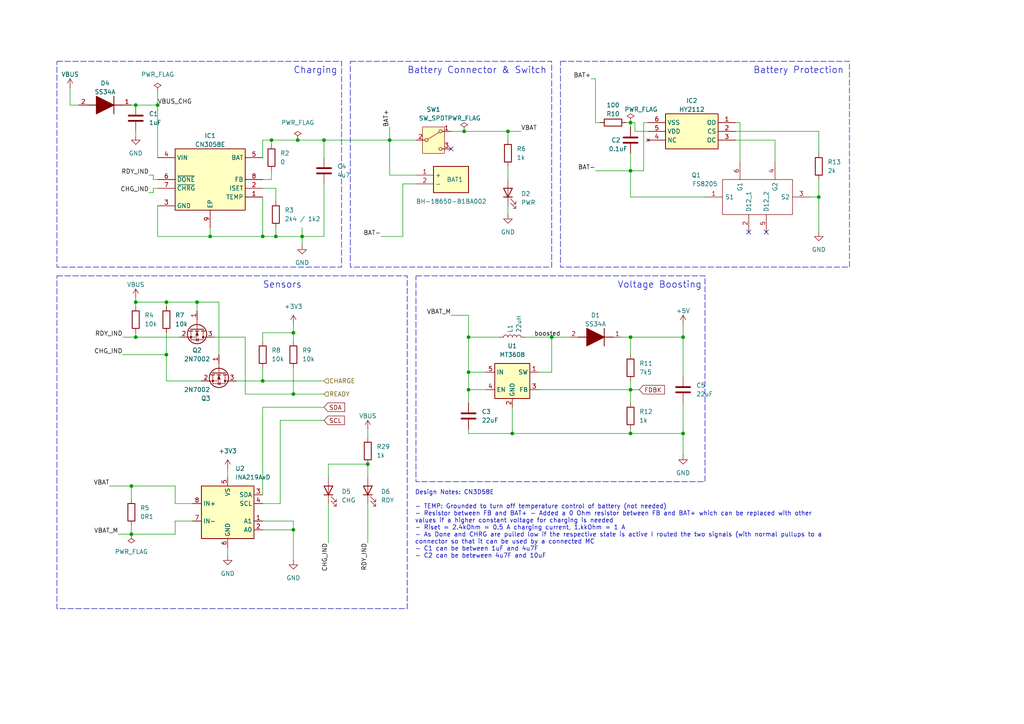
<source format=kicad_sch>
(kicad_sch (version 20231120) (generator "eeschema") (generator_version "8.0")
  (paper "A4")
  (lib_symbols
    (symbol "Chof747  Battery Management:CN3058E"
      (property "Reference" "IC" (at 26.67 7.62 0))
      (property "Value" "CN3058E" (at 26.67 5.08 0))
      (symbol "CN3058E_1_1"
        (rectangle (start 5.08 2.54) (end 25.4 -15.24) (stroke (width 0.254)) (fill (type background)))
        (pin passive line (at 30.48 -11.43 180) (length 5.08) (name "TEMP") (number "1"))
        (pin passive line (at 30.48 -8.89 180) (length 5.08) (name "ISET") (number "2"))
        (pin passive line (at 0 -13.97 0) (length 5.08) (name "GND") (number "3"))
        (pin passive line (at 0 0 0) (length 5.08) (name "VIN") (number "4"))
        (pin passive line (at 30.48 0 180) (length 5.08) (name "BAT") (number "5"))
        (pin passive line (at 0 -6.35 0) (length 5.08) (name "~{DONE}") (number "6"))
        (pin passive line (at 0 -8.89 0) (length 5.08) (name "~{CHRG}") (number "7"))
        (pin passive line (at 30.48 -6.35 180) (length 5.08) (name "FB") (number "8"))
        (pin passive line (at 15.24 -20.32 90) (length 5.08) (name "EP") (number "9"))
      )
    )
    (symbol "Chof747  Battery Management:HY2112"
      (property "Reference" "IC" (at 21.59 7.62 0))
      (property "Value" "HY2112" (at 21.59 5.08 0))
      (symbol "HY2112_1_1"
        (rectangle (start 5.08 2.54) (end 20.32 -7.62) (stroke (width 0.254)) (fill (type background)))
        (pin passive line (at 0 0 0) (length 5.08) (name "OD") (number "1"))
        (pin passive line (at 0 -2.54 0) (length 5.08) (name "CS") (number "2"))
        (pin passive line (at 0 -5.08 0) (length 5.08) (name "OC") (number "3"))
        (pin no_connect line (at 25.4 -5.08 180) (length 5.08) (name "NC") (number "4"))
        (pin passive line (at 25.4 -2.54 180) (length 5.08) (name "VDD") (number "5"))
        (pin passive line (at 25.4 0 180) (length 5.08) (name "VSS") (number "6"))
      )
    )
    (symbol "Chof747 Batteries:BH-18650-B1BA002"
      (property "Reference" "BT" (at 16.51 7.62 0))
      (property "Value" "BH-18650-B1BA002" (at 16.51 5.08 0))
      (symbol "BH-18650-B1BA002_1_1"
        (rectangle (start 5.08 2.54) (end 15.24 -5.08) (stroke (width 0.254)) (fill (type background)))
        (pin passive line (at 0 -2.54 0) (length 5.08) (name "+") (number "1"))
        (pin passive line (at 0 0 0) (length 5.08) (name "-") (number "2"))
      )
    )
    (symbol "Chof747 Transistors and Mosfets:FS8205" (pin_names (offset 0.762))
      (property "Reference" "Q" (at 26.67 7.62 0))
      (property "Value" "FS8205" (at 26.67 5.08 0))
      (symbol "FS8205_0_0"
        (pin passive line (at 0 -2.54 0) (length 5.08) (name "S1") (number "1"))
        (pin passive line (at 12.7 -12.7 90) (length 5.08) (name "D12_1") (number "2"))
        (pin passive line (at 30.48 -2.54 180) (length 5.08) (name "S2") (number "3"))
        (pin input line (at 20.32 7.62 270) (length 5.08) (name "G2") (number "4"))
        (pin passive line (at 17.78 -12.7 90) (length 5.08) (name "D12_2") (number "5"))
        (pin input line (at 10.16 7.62 270) (length 5.08) (name "G1") (number "6"))
      )
      (symbol "FS8205_0_1"
        (polyline (pts (xy 5.08 2.54) (xy 25.4 2.54) (xy 25.4 -7.62) (xy 5.08 -7.62) (xy 5.08 2.54)) (stroke (width 0.1524)))
      )
    )
    (symbol "Chof747 passive:SS34A" (pin_names hide)
      (property "Reference" "D" (at 11.43 5.08 0))
      (property "Value" "SS34A" (at 11.43 2.54 0))
      (symbol "SS34A_1_1"
        (polyline (pts (xy 2.54 0) (xy 5.08 0)) (stroke (width 0.254)))
        (polyline (pts (xy 5.08 2.54) (xy 5.08 -2.54)) (stroke (width 0.254)))
        (polyline (pts (xy 10.16 0) (xy 12.7 0)) (stroke (width 0.254)))
        (polyline (pts (xy 5.08 0) (xy 10.16 2.54) (xy 10.16 -2.54) (xy 5.08 0)) (stroke (width 0.254)) (fill (type outline)))
        (pin passive line (at 0 0 0) (length 2.54) (name "K") (number "1"))
        (pin passive line (at 15.24 0 180) (length 2.54) (name "A") (number "2"))
      )
    )
    (symbol "Device:C" (pin_numbers hide) (pin_names (offset 0.254))
      (property "Reference" "C" (at 0.635 2.54 0))
      (property "Value" "C" (at 0.635 -2.54 0))
      (symbol "C_0_1"
        (polyline (pts (xy -2.032 -0.762) (xy 2.032 -0.762)) (stroke (width 0.508)))
        (polyline (pts (xy -2.032 0.762) (xy 2.032 0.762)) (stroke (width 0.508)))
      )
      (symbol "C_1_1"
        (pin passive line (at 0 3.81 270) (length 2.794) (name "~") (number "1"))
        (pin passive line (at 0 -3.81 90) (length 2.794) (name "~") (number "2"))
      )
    )
    (symbol "Device:L" (pin_numbers hide) (pin_names (offset 1.016) hide)
      (property "Reference" "L" (at -1.27 0 90))
      (property "Value" "L" (at 1.905 0 90))
      (symbol "L_0_1"
        (arc (start 0 -2.54) (mid 0.6323 -1.905) (end 0 -1.27))
        (arc (start 0 -1.27) (mid 0.6323 -0.635) (end 0 0))
        (arc (start 0 0) (mid 0.6323 0.635) (end 0 1.27))
        (arc (start 0 1.27) (mid 0.6323 1.905) (end 0 2.54))
      )
      (symbol "L_1_1"
        (pin passive line (at 0 3.81 270) (length 1.27) (name "1") (number "1"))
        (pin passive line (at 0 -3.81 90) (length 1.27) (name "2") (number "2"))
      )
    )
    (symbol "Device:LED" (pin_numbers hide) (pin_names (offset 1.016) hide)
      (property "Reference" "D" (at 0 2.54 0))
      (property "Value" "LED" (at 0 -2.54 0))
      (symbol "LED_0_1"
        (polyline (pts (xy -1.27 -1.27) (xy -1.27 1.27)) (stroke (width 0.254)))
        (polyline (pts (xy -1.27 0) (xy 1.27 0)))
        (polyline (pts (xy 1.27 -1.27) (xy 1.27 1.27) (xy -1.27 0) (xy 1.27 -1.27)) (stroke (width 0.254)))
        (polyline (pts (xy -3.048 -0.762) (xy -4.572 -2.286) (xy -3.81 -2.286) (xy -4.572 -2.286) (xy -4.572 -1.524)))
        (polyline (pts (xy -1.778 -0.762) (xy -3.302 -2.286) (xy -2.54 -2.286) (xy -3.302 -2.286) (xy -3.302 -1.524)))
      )
      (symbol "LED_1_1"
        (pin passive line (at -3.81 0 0) (length 2.54) (name "K") (number "1"))
        (pin passive line (at 3.81 0 180) (length 2.54) (name "A") (number "2"))
      )
    )
    (symbol "Device:R" (pin_numbers hide) (pin_names (offset 0))
      (property "Reference" "R" (at 2.032 0 90))
      (property "Value" "R" (at 0 0 90))
      (symbol "R_0_1"
        (rectangle (start -1.016 -2.54) (end 1.016 2.54) (stroke (width 0.254)))
      )
      (symbol "R_1_1"
        (pin passive line (at 0 3.81 270) (length 1.27) (name "~") (number "1"))
        (pin passive line (at 0 -3.81 90) (length 1.27) (name "~") (number "2"))
      )
    )
    (symbol "Regulator_Switching:MT3608"
      (property "Reference" "U" (at -2.54 8.89 0))
      (property "Value" "MT3608" (at -3.81 6.35 0))
      (symbol "MT3608_0_1"
        (rectangle (start -5.08 5.08) (end 5.08 -5.08) (stroke (width 0.254)) (fill (type background)))
      )
      (symbol "MT3608_1_1"
        (pin passive line (at 7.62 2.54 180) (length 2.54) (name "SW") (number "1"))
        (pin power_in line (at 0 -7.62 90) (length 2.54) (name "GND") (number "2"))
        (pin input line (at 7.62 -2.54 180) (length 2.54) (name "FB") (number "3"))
        (pin input line (at -7.62 -2.54 0) (length 2.54) (name "EN") (number "4"))
        (pin power_in line (at -7.62 2.54 0) (length 2.54) (name "IN") (number "5"))
        (pin no_connect line (at 5.08 0 180) (length 2.54) hide (name "NC") (number "6"))
      )
    )
    (symbol "Sensor_Energy:INA219AxD"
      (property "Reference" "U" (at -6.35 8.89 0))
      (property "Value" "INA219AxD" (at 5.08 8.89 0))
      (symbol "INA219AxD_0_1"
        (rectangle (start -7.62 7.62) (end 7.62 -7.62) (stroke (width 0.254)) (fill (type background)))
      )
      (symbol "INA219AxD_1_1"
        (pin input line (at 10.16 -2.54 180) (length 2.54) (name "A1") (number "1"))
        (pin input line (at 10.16 -5.08 180) (length 2.54) (name "A0") (number "2"))
        (pin bidirectional line (at 10.16 5.08 180) (length 2.54) (name "SDA") (number "3"))
        (pin input line (at 10.16 2.54 180) (length 2.54) (name "SCL") (number "4"))
        (pin power_in line (at 0 10.16 270) (length 2.54) (name "VS") (number "5"))
        (pin power_in line (at 0 -10.16 90) (length 2.54) (name "GND") (number "6"))
        (pin input line (at -10.16 -2.54 0) (length 2.54) (name "IN-") (number "7"))
        (pin input line (at -10.16 2.54 0) (length 2.54) (name "IN+") (number "8"))
      )
    )
    (symbol "Switch:SW_SPDT" (pin_names (offset 0) hide)
      (property "Reference" "SW" (at 0 5.08 0))
      (property "Value" "SW_SPDT" (at 0 -5.08 0))
      (symbol "SW_SPDT_0_1"
        (circle (center -2.032 0) (radius 0.4572))
        (polyline (pts (xy -1.651 0.254) (xy 1.651 2.286)))
        (circle (center 2.032 -2.54) (radius 0.4572))
        (circle (center 2.032 2.54) (radius 0.4572))
      )
      (symbol "SW_SPDT_1_1"
        (rectangle (start -3.175 3.81) (end 3.175 -3.81) (fill (type background)))
        (pin passive line (at 5.08 2.54 180) (length 2.54) (name "A") (number "1"))
        (pin passive line (at -5.08 0 0) (length 2.54) (name "B") (number "2"))
        (pin passive line (at 5.08 -2.54 180) (length 2.54) (name "C") (number "3"))
      )
    )
    (symbol "Transistor_FET:2N7002" (pin_names hide)
      (property "Reference" "Q" (at 5.08 1.905 0))
      (property "Value" "2N7002" (at 5.08 0 0))
      (symbol "2N7002_0_1"
        (polyline (pts (xy 0.254 0) (xy -2.54 0)))
        (polyline (pts (xy 0.254 1.905) (xy 0.254 -1.905)) (stroke (width 0.254)))
        (polyline (pts (xy 0.762 -1.27) (xy 0.762 -2.286)) (stroke (width 0.254)))
        (polyline (pts (xy 0.762 0.508) (xy 0.762 -0.508)) (stroke (width 0.254)))
        (polyline (pts (xy 0.762 2.286) (xy 0.762 1.27)) (stroke (width 0.254)))
        (polyline (pts (xy 2.54 2.54) (xy 2.54 1.778)))
        (polyline (pts (xy 2.54 -2.54) (xy 2.54 0) (xy 0.762 0)))
        (polyline (pts (xy 0.762 -1.778) (xy 3.302 -1.778) (xy 3.302 1.778) (xy 0.762 1.778)))
        (polyline (pts (xy 1.016 0) (xy 2.032 0.381) (xy 2.032 -0.381) (xy 1.016 0)) (fill (type outline)))
        (polyline (pts (xy 2.794 0.508) (xy 2.921 0.381) (xy 3.683 0.381) (xy 3.81 0.254)))
        (polyline (pts (xy 3.302 0.381) (xy 2.921 -0.254) (xy 3.683 -0.254) (xy 3.302 0.381)))
        (circle (center 1.651 0) (radius 2.794) (stroke (width 0.254)))
        (circle (center 2.54 -1.778) (radius 0.254) (fill (type outline)))
        (circle (center 2.54 1.778) (radius 0.254) (fill (type outline)))
      )
      (symbol "2N7002_1_1"
        (pin input line (at -5.08 0 0) (length 2.54) (name "G") (number "1"))
        (pin passive line (at 2.54 -5.08 90) (length 2.54) (name "S") (number "2"))
        (pin passive line (at 2.54 5.08 270) (length 2.54) (name "D") (number "3"))
      )
    )
    (symbol "power:+3V3" (power) (pin_numbers hide) (pin_names (offset 0) hide)
      (property "Value" "+3V3" (at 0 3.556 0))
      (symbol "+3V3_0_1"
        (polyline (pts (xy -0.762 1.27) (xy 0 2.54)))
        (polyline (pts (xy 0 0) (xy 0 2.54)))
        (polyline (pts (xy 0 2.54) (xy 0.762 1.27)))
      )
      (symbol "+3V3_1_1"
        (pin power_in line (at 0 0 90) (length 0) (name "~") (number "1"))
      )
    )
    (symbol "power:+5V" (power) (pin_numbers hide) (pin_names (offset 0) hide)
      (property "Value" "+5V" (at 0 3.556 0))
      (symbol "+5V_0_1"
        (polyline (pts (xy -0.762 1.27) (xy 0 2.54)))
        (polyline (pts (xy 0 0) (xy 0 2.54)))
        (polyline (pts (xy 0 2.54) (xy 0.762 1.27)))
      )
      (symbol "+5V_1_1"
        (pin power_in line (at 0 0 90) (length 0) (name "~") (number "1"))
      )
    )
    (symbol "power:GND" (power) (pin_numbers hide) (pin_names (offset 0) hide)
      (property "Value" "GND" (at 0 -3.81 0))
      (symbol "GND_0_1"
        (polyline (pts (xy 0 0) (xy 0 -1.27) (xy 1.27 -1.27) (xy 0 -2.54) (xy -1.27 -1.27) (xy 0 -1.27)))
      )
      (symbol "GND_1_1"
        (pin power_in line (at 0 0 270) (length 0) (name "~") (number "1"))
      )
    )
    (symbol "power:PWR_FLAG" (power) (pin_numbers hide) (pin_names (offset 0) hide)
      (property "Value" "PWR_FLAG" (at 0 3.81 0))
      (symbol "PWR_FLAG_0_0"
        (pin power_out line (at 0 0 90) (length 0) (name "~") (number "1"))
      )
      (symbol "PWR_FLAG_0_1"
        (polyline (pts (xy 0 0) (xy 0 1.27) (xy -1.016 1.905) (xy 0 2.54) (xy 1.016 1.905) (xy 0 1.27)))
      )
    )
    (symbol "power:VBUS" (power) (pin_numbers hide) (pin_names (offset 0) hide)
      (property "Value" "VBUS" (at 0 3.556 0))
      (symbol "VBUS_0_1"
        (polyline (pts (xy -0.762 1.27) (xy 0 2.54)))
        (polyline (pts (xy 0 0) (xy 0 2.54)))
        (polyline (pts (xy 0 2.54) (xy 0.762 1.27)))
      )
      (symbol "VBUS_1_1"
        (pin power_in line (at 0 0 90) (length 0) (name "~") (number "1"))
      )
    )
  )
  (junction (at 45.72 30.48))
  (junction (at 39.37 87.63))
  (junction (at 38.1 154.94))
  (junction (at 76.2 68.58))
  (junction (at 182.88 97.79))
  (junction (at 106.68 134.62))
  (junction (at 134.62 38.1))
  (junction (at 57.15 87.63))
  (junction (at 86.36 40.64))
  (junction (at 87.63 68.58))
  (junction (at 38.1 140.97))
  (junction (at 85.09 114.3))
  (junction (at 135.89 97.79))
  (junction (at 39.37 97.79))
  (junction (at 135.89 107.95))
  (junction (at 80.01 68.58))
  (junction (at 148.59 125.73))
  (junction (at 78.74 40.64))
  (junction (at 182.88 49.53))
  (junction (at 76.2 110.49))
  (junction (at 182.88 113.03))
  (junction (at 198.12 125.73))
  (junction (at 85.09 96.52))
  (junction (at 85.09 153.67))
  (junction (at 160.02 97.79))
  (junction (at 48.26 102.87))
  (junction (at 147.32 38.1))
  (junction (at 182.88 35.56))
  (junction (at 48.26 87.63))
  (junction (at 237.49 57.15))
  (junction (at 93.98 40.64))
  (junction (at 182.88 125.73))
  (junction (at 113.03 40.64))
  (junction (at 60.96 68.58))
  (junction (at 198.12 97.79))
  (junction (at 39.37 30.48))
  (junction (at 135.89 113.03))
  (no_connect (at 217.17 67.31))
  (no_connect (at 222.25 67.31))
  (no_connect (at 130.81 43.18))
  (wire (pts (xy 48.26 96.52) (xy 48.26 102.87)))
  (wire (pts (xy 95.25 146.05) (xy 95.25 157.48)))
  (wire (pts (xy 63.5 87.63) (xy 63.5 102.87)))
  (wire (pts (xy 43.18 55.88) (xy 44.45 55.88)))
  (wire (pts (xy 71.12 97.79) (xy 62.23 97.79)))
  (wire (pts (xy 81.28 146.05) (xy 76.2 146.05)))
  (wire (pts (xy 182.88 35.56) (xy 182.88 36.83)))
  (wire (pts (xy 45.72 26.67) (xy 45.72 30.48)))
  (wire (pts (xy 39.37 38.1) (xy 39.37 39.37)))
  (wire (pts (xy 180.34 97.79) (xy 182.88 97.79)))
  (wire (pts (xy 20.32 30.48) (xy 22.86 30.48)))
  (wire (pts (xy 78.74 52.07) (xy 78.74 49.53)))
  (wire (pts (xy 57.15 87.63) (xy 57.15 90.17)))
  (wire (pts (xy 85.09 151.13) (xy 85.09 153.67)))
  (wire (pts (xy 116.84 53.34) (xy 120.65 53.34)))
  (wire (pts (xy 237.49 57.15) (xy 237.49 67.31)))
  (wire (pts (xy 110.49 68.58) (xy 116.84 68.58)))
  (wire (pts (xy 44.45 54.61) (xy 45.72 54.61)))
  (wire (pts (xy 50.8 151.13) (xy 55.88 151.13)))
  (wire (pts (xy 93.98 40.64) (xy 93.98 45.72)))
  (wire (pts (xy 39.37 87.63) (xy 48.26 87.63)))
  (wire (pts (xy 130.81 91.44) (xy 135.89 91.44)))
  (wire (pts (xy 35.56 97.79) (xy 39.37 97.79)))
  (wire (pts (xy 135.89 97.79) (xy 135.89 107.95)))
  (wire (pts (xy 106.68 134.62) (xy 106.68 138.43)))
  (wire (pts (xy 48.26 87.63) (xy 57.15 87.63)))
  (wire (pts (xy 38.1 154.94) (xy 50.8 154.94)))
  (wire (pts (xy 106.68 124.46) (xy 106.68 127)))
  (wire (pts (xy 85.09 96.52) (xy 85.09 99.06)))
  (wire (pts (xy 182.88 113.03) (xy 182.88 116.84)))
  (wire (pts (xy 182.88 49.53) (xy 172.72 49.53)))
  (wire (pts (xy 171.45 22.86) (xy 172.72 22.86)))
  (wire (pts (xy 135.89 107.95) (xy 140.97 107.95)))
  (wire (pts (xy 48.26 87.63) (xy 48.26 88.9)))
  (wire (pts (xy 182.88 57.15) (xy 182.88 49.53)))
  (wire (pts (xy 148.59 118.11) (xy 148.59 125.73)))
  (wire (pts (xy 198.12 125.73) (xy 198.12 116.84)))
  (wire (pts (xy 45.72 68.58) (xy 60.96 68.58)))
  (wire (pts (xy 156.21 113.03) (xy 182.88 113.03)))
  (wire (pts (xy 93.98 53.34) (xy 93.98 68.58)))
  (wire (pts (xy 87.63 68.58) (xy 87.63 71.12)))
  (wire (pts (xy 106.68 134.62) (xy 95.25 134.62)))
  (wire (pts (xy 182.88 125.73) (xy 198.12 125.73)))
  (wire (pts (xy 44.45 52.07) (xy 45.72 52.07)))
  (wire (pts (xy 39.37 96.52) (xy 39.37 97.79)))
  (wire (pts (xy 186.69 35.56) (xy 187.96 35.56)))
  (wire (pts (xy 39.37 97.79) (xy 52.07 97.79)))
  (wire (pts (xy 38.1 140.97) (xy 38.1 144.78)))
  (wire (pts (xy 182.88 97.79) (xy 182.88 102.87)))
  (wire (pts (xy 76.2 52.07) (xy 78.74 52.07)))
  (wire (pts (xy 81.28 121.92) (xy 81.28 146.05)))
  (wire (pts (xy 20.32 25.4) (xy 20.32 30.48)))
  (wire (pts (xy 181.61 35.56) (xy 182.88 35.56)))
  (wire (pts (xy 76.2 57.15) (xy 76.2 68.58)))
  (wire (pts (xy 85.09 106.68) (xy 85.09 114.3)))
  (wire (pts (xy 237.49 57.15) (xy 234.95 57.15)))
  (wire (pts (xy 172.72 22.86) (xy 172.72 35.56)))
  (wire (pts (xy 38.1 140.97) (xy 50.8 140.97)))
  (wire (pts (xy 66.04 135.89) (xy 66.04 138.43)))
  (wire (pts (xy 76.2 96.52) (xy 76.2 99.06)))
  (wire (pts (xy 113.03 50.8) (xy 120.65 50.8)))
  (wire (pts (xy 113.03 40.64) (xy 113.03 50.8)))
  (wire (pts (xy 76.2 153.67) (xy 85.09 153.67)))
  (wire (pts (xy 214.63 35.56) (xy 214.63 46.99)))
  (wire (pts (xy 160.02 97.79) (xy 165.1 97.79)))
  (wire (pts (xy 182.88 113.03) (xy 182.88 110.49)))
  (wire (pts (xy 198.12 93.98) (xy 198.12 97.79)))
  (wire (pts (xy 66.04 158.75) (xy 66.04 161.29)))
  (wire (pts (xy 182.88 35.56) (xy 184.15 35.56)))
  (wire (pts (xy 116.84 68.58) (xy 116.84 53.34)))
  (wire (pts (xy 198.12 125.73) (xy 198.12 132.08)))
  (wire (pts (xy 160.02 107.95) (xy 160.02 97.79)))
  (wire (pts (xy 135.89 125.73) (xy 148.59 125.73)))
  (wire (pts (xy 34.29 154.94) (xy 38.1 154.94)))
  (wire (pts (xy 135.89 113.03) (xy 140.97 113.03)))
  (wire (pts (xy 182.88 97.79) (xy 198.12 97.79)))
  (wire (pts (xy 85.09 93.98) (xy 85.09 96.52)))
  (wire (pts (xy 78.74 41.91) (xy 78.74 40.64)))
  (wire (pts (xy 38.1 152.4) (xy 38.1 154.94)))
  (wire (pts (xy 50.8 140.97) (xy 50.8 146.05)))
  (wire (pts (xy 93.98 68.58) (xy 87.63 68.58)))
  (wire (pts (xy 60.96 68.58) (xy 60.96 66.04)))
  (wire (pts (xy 147.32 38.1) (xy 147.32 40.64)))
  (wire (pts (xy 43.18 50.8) (xy 44.45 50.8)))
  (wire (pts (xy 106.68 146.05) (xy 106.68 157.48)))
  (wire (pts (xy 68.58 110.49) (xy 76.2 110.49)))
  (wire (pts (xy 78.74 40.64) (xy 86.36 40.64)))
  (wire (pts (xy 85.09 96.52) (xy 76.2 96.52)))
  (wire (pts (xy 76.2 40.64) (xy 76.2 45.72)))
  (wire (pts (xy 135.89 97.79) (xy 144.78 97.79)))
  (wire (pts (xy 76.2 110.49) (xy 93.98 110.49)))
  (wire (pts (xy 135.89 124.46) (xy 135.89 125.73)))
  (wire (pts (xy 93.98 118.11) (xy 76.2 118.11)))
  (wire (pts (xy 50.8 146.05) (xy 55.88 146.05)))
  (wire (pts (xy 39.37 87.63) (xy 39.37 88.9)))
  (wire (pts (xy 71.12 97.79) (xy 71.12 114.3)))
  (wire (pts (xy 182.88 113.03) (xy 185.42 113.03)))
  (wire (pts (xy 237.49 38.1) (xy 237.49 44.45)))
  (wire (pts (xy 135.89 107.95) (xy 135.89 113.03)))
  (wire (pts (xy 76.2 106.68) (xy 76.2 110.49)))
  (wire (pts (xy 45.72 59.69) (xy 45.72 68.58)))
  (wire (pts (xy 224.79 40.64) (xy 224.79 46.99)))
  (wire (pts (xy 135.89 113.03) (xy 135.89 116.84)))
  (wire (pts (xy 71.12 114.3) (xy 85.09 114.3)))
  (wire (pts (xy 147.32 59.69) (xy 147.32 62.23)))
  (wire (pts (xy 39.37 30.48) (xy 45.72 30.48)))
  (wire (pts (xy 182.88 124.46) (xy 182.88 125.73)))
  (wire (pts (xy 44.45 50.8) (xy 44.45 52.07)))
  (wire (pts (xy 134.62 38.1) (xy 147.32 38.1)))
  (wire (pts (xy 76.2 151.13) (xy 85.09 151.13)))
  (wire (pts (xy 95.25 134.62) (xy 95.25 138.43)))
  (wire (pts (xy 86.36 40.64) (xy 93.98 40.64)))
  (wire (pts (xy 214.63 35.56) (xy 213.36 35.56)))
  (wire (pts (xy 76.2 54.61) (xy 80.01 54.61)))
  (wire (pts (xy 186.69 35.56) (xy 186.69 49.53)))
  (wire (pts (xy 38.1 30.48) (xy 39.37 30.48)))
  (wire (pts (xy 237.49 52.07) (xy 237.49 57.15)))
  (wire (pts (xy 45.72 30.48) (xy 45.72 45.72)))
  (wire (pts (xy 182.88 125.73) (xy 148.59 125.73)))
  (wire (pts (xy 44.45 55.88) (xy 44.45 54.61)))
  (wire (pts (xy 60.96 68.58) (xy 76.2 68.58)))
  (wire (pts (xy 85.09 114.3) (xy 93.98 114.3)))
  (wire (pts (xy 80.01 68.58) (xy 87.63 68.58)))
  (wire (pts (xy 93.98 40.64) (xy 113.03 40.64)))
  (wire (pts (xy 152.4 97.79) (xy 160.02 97.79)))
  (wire (pts (xy 172.72 35.56) (xy 173.99 35.56)))
  (wire (pts (xy 76.2 40.64) (xy 78.74 40.64)))
  (wire (pts (xy 184.15 38.1) (xy 187.96 38.1)))
  (wire (pts (xy 204.47 57.15) (xy 182.88 57.15)))
  (wire (pts (xy 186.69 49.53) (xy 182.88 49.53)))
  (wire (pts (xy 213.36 38.1) (xy 237.49 38.1)))
  (wire (pts (xy 39.37 86.36) (xy 39.37 87.63)))
  (wire (pts (xy 198.12 97.79) (xy 198.12 109.22)))
  (wire (pts (xy 80.01 54.61) (xy 80.01 58.42)))
  (wire (pts (xy 147.32 38.1) (xy 151.13 38.1)))
  (wire (pts (xy 31.75 140.97) (xy 38.1 140.97)))
  (wire (pts (xy 57.15 87.63) (xy 63.5 87.63)))
  (wire (pts (xy 130.81 38.1) (xy 134.62 38.1)))
  (wire (pts (xy 147.32 48.26) (xy 147.32 52.07)))
  (wire (pts (xy 76.2 118.11) (xy 76.2 143.51)))
  (wire (pts (xy 87.63 66.04) (xy 87.63 68.58)))
  (wire (pts (xy 213.36 40.64) (xy 224.79 40.64)))
  (wire (pts (xy 48.26 110.49) (xy 48.26 102.87)))
  (wire (pts (xy 48.26 110.49) (xy 58.42 110.49)))
  (wire (pts (xy 76.2 68.58) (xy 80.01 68.58)))
  (wire (pts (xy 184.15 35.56) (xy 184.15 38.1)))
  (wire (pts (xy 182.88 44.45) (xy 182.88 49.53)))
  (wire (pts (xy 113.03 40.64) (xy 120.65 40.64)))
  (wire (pts (xy 50.8 154.94) (xy 50.8 151.13)))
  (wire (pts (xy 156.21 107.95) (xy 160.02 107.95)))
  (wire (pts (xy 93.98 121.92) (xy 81.28 121.92)))
  (wire (pts (xy 80.01 68.58) (xy 80.01 66.04)))
  (wire (pts (xy 113.03 36.83) (xy 113.03 40.64)))
  (wire (pts (xy 135.89 91.44) (xy 135.89 97.79)))
  (wire (pts (xy 35.56 102.87) (xy 48.26 102.87)))
  (wire (pts (xy 85.09 153.67) (xy 85.09 162.56)))
  (rectangle (start 162.56 17.78) (end 246.38 77.47) (stroke (width 0) (type dash)))
  (rectangle (start 16.51 80.01) (end 118.11 176.53) (stroke (width 0) (type dash)))
  (rectangle (start 16.51 17.78) (end 99.06 77.47) (stroke (width 0) (type dash)))
  (rectangle (start 120.65 80.01) (end 204.47 139.7) (stroke (width 0) (type dash)))
  (rectangle (start 101.6 17.78) (end 160.02 77.47) (stroke (width 0) (type dash)))
  (text_box "Design Notes: CN3D58E\n\n- TEMP: Grounded to turn off temperature control of battery (not needed)\n- Resistor between FB and BAT+ - Added a 0 Ohm resistor between FB and BAT+ which can be replaced with other values if a higher constant voltage for charging is needed\n- Riset = 2.4kOhm = 0.5 A charging current, 1.kkOhm = 1 A\n- As Done and CHRG are pulled low if the respective state is active I routed the two signals (with normal pullups to a connector so that it can be used by a connected MC\n- C1 can be between 1uF and 4u7F \n- C2 can be beteween 4u7F and 10uF" (at 119.38 140.97 0) (size 120.65 21.59) (stroke (width -0.0001)) (effects (font (size 1.27 1.27)) (justify left top)))
  (text "Battery Protection" (at 218.44 21.59 0) (effects (font (size 1.905 1.905)) (justify left bottom)))
  (text "Battery Connector & Switch" (at 118.11 21.59 0) (effects (font (size 1.905 1.905)) (justify left bottom)))
  (text "Voltage Boosting" (at 179.07 83.82 0) (effects (font (size 1.905 1.905)) (justify left bottom)))
  (text "Charging" (at 85.09 21.59 0) (effects (font (size 1.905 1.905)) (justify left bottom)))
  (text "Sensors" (at 76.2 83.82 0) (effects (font (size 1.905 1.905)) (justify left bottom)))
  (label "CHG_IND" (at 43.18 55.88 180))
  (label "VBAT_M" (at 130.81 91.44 180))
  (label "RDY_IND" (at 106.68 157.48 270))
  (label "BAT-" (at 172.72 49.53 180))
  (label "VBAT" (at 31.75 140.97 180))
  (label "BAT-" (at 110.49 68.58 180))
  (label "RDY_IND" (at 43.18 50.8 180))
  (label "BAT+" (at 113.03 36.83 90))
  (label "BAT+" (at 171.45 22.86 180))
  (label "VBUS_CHG" (at 45.72 30.48 0))
  (label "VBAT_M" (at 34.29 154.94 180))
  (label "CHG_IND" (at 95.25 157.48 270))
  (label "RDY_IND" (at 35.56 97.79 180))
  (label "CHG_IND" (at 35.56 102.87 180))
  (label "VBAT" (at 151.13 38.1 0))
  (label "boosted" (at 154.94 97.79 0))
  (global_label "SDA" (shape input) (at 93.98 118.11 0) (property "Intersheetrefs" "${INTERSHEET_REFS}" (effects (hide yes))))
  (global_label "FDBK" (shape input) (at 185.42 113.03 0) (property "Intersheetrefs" "${INTERSHEET_REFS}" (effects (hide yes))))
  (global_label "SCL" (shape input) (at 93.98 121.92 0) (property "Intersheetrefs" "${INTERSHEET_REFS}" (effects (hide yes))))
  (hierarchical_label "CHARGE" (shape input) (at 93.98 110.49 0))
  (hierarchical_label "READY" (shape input) (at 93.98 114.3 0))
  (symbol (lib_id "Chof747 Batteries:BH-18650-B1BA002") (at 120.65 53.34 0) (mirror x) (unit 1)
    (property "Reference" "BAT1" (at 129.54 52.07 0) (effects (justify left)))
    (property "Value" "BH-18650-B1BA002" (at 120.65 58.42 0) (effects (justify left)))
    (property "Footprint" "BH18650B1BA002" (effects (hide yes)))
    (property "Datasheet" "https://datasheet.lcsc.com/lcsc/2204021730_MYOUNG-BH-18650-B1BA002_C2988620.pdf" (effects (hide yes)))
    (property "Description" "Battery case 18650 SMD Battery Connectors" (effects (hide yes)))
    (property "Height" "15.06" (effects (hide yes)))
    (property "Manufacturer_Name" "MYOUNG" (effects (hide yes)))
    (property "Manufacturer_Part_Number" "BH-18650-B1BA002" (effects (hide yes)))
  )
  (symbol (lib_id "power:+3V3") (at 85.09 93.98 0) (unit 1)
    (property "Reference" "#PWR09" (effects (hide yes)))
    (property "Value" "+3V3" (at 85.09 88.9 0))
    (property "Description" "Power symbol creates a global label with name \"+3V3\"" (effects (hide yes)))
  )
  (symbol (lib_id "Device:R") (at 85.09 102.87 0) (unit 1)
    (property "Reference" "R9" (at 87.63 101.5999 0) (effects (justify left)))
    (property "Value" "10k" (at 87.63 104.1399 0) (effects (justify left)))
    (property "Footprint" "Resistor_SMD:R_0603_1608Metric_Pad0.98x0.95mm_HandSolder" (effects (hide yes)))
  )
  (symbol (lib_id "power:PWR_FLAG") (at 86.36 40.64 0) (unit 1)
    (property "Reference" "#FLG05" (effects (hide yes)))
    (property "Value" "PWR_FLAG" (at 86.36 35.56 0))
    (property "Description" "Special symbol for telling ERC where power comes from" (effects (hide yes)))
  )
  (symbol (lib_id "power:GND") (at 147.32 62.23 0) (unit 1)
    (property "Reference" "#PWR026" (effects (hide yes)))
    (property "Value" "GND" (at 147.32 67.31 0))
    (property "Description" "Power symbol creates a global label with name \"GND\" , ground" (effects (hide yes)))
  )
  (symbol (lib_id "Device:R") (at 76.2 102.87 0) (unit 1)
    (property "Reference" "R8" (at 78.74 101.5999 0) (effects (justify left)))
    (property "Value" "10k" (at 78.74 104.1399 0) (effects (justify left)))
    (property "Footprint" "Resistor_SMD:R_0603_1608Metric_Pad0.98x0.95mm_HandSolder" (effects (hide yes)))
  )
  (symbol (lib_id "Device:LED") (at 95.25 142.24 90) (unit 1)
    (property "Reference" "D5" (at 99.06 142.5574 90) (effects (justify right)))
    (property "Value" "CHG" (at 99.06 145.0974 90) (effects (justify right)))
    (property "Footprint" "LED_THT:LED_D3.0mm" (effects (hide yes)))
    (property "Description" "Light emitting diode" (effects (hide yes)))
  )
  (symbol (lib_id "Device:L") (at 148.59 97.79 90) (unit 1)
    (property "Reference" "L1" (at 147.955 96.52 0) (effects (justify left)))
    (property "Value" "22uH" (at 150.495 96.52 0) (effects (justify left)))
    (property "Footprint" "Chof747 Footprints:SMD0740" (effects (hide yes)))
  )
  (symbol (lib_id "Device:C") (at 135.89 120.65 0) (unit 1)
    (property "Reference" "C3" (at 139.7 119.3799 0) (effects (justify left)))
    (property "Value" "22uF" (at 139.7 121.9199 0) (effects (justify left)))
    (property "Footprint" "Capacitor_SMD:C_1206_3216Metric_Pad1.33x1.80mm_HandSolder" (effects (hide yes)))
  )
  (symbol (lib_id "power:VBUS") (at 106.68 124.46 0) (unit 1)
    (property "Reference" "#PWR042" (effects (hide yes)))
    (property "Value" "VBUS" (at 106.68 120.65 0))
    (property "Description" "Power symbol creates a global label with name \"VBUS\"" (effects (hide yes)))
  )
  (symbol (lib_id "Regulator_Switching:MT3608") (at 148.59 110.49 0) (unit 1)
    (property "Reference" "U1" (at 148.59 100.33 0))
    (property "Value" "MT3608" (at 148.59 102.87 0))
    (property "Footprint" "Package_TO_SOT_SMD:SOT-23-6" (effects (hide yes)))
    (property "Datasheet" "https://www.olimex.com/Products/Breadboarding/BB-PWR-3608/resources/MT3608.pdf" (effects (hide yes)))
  )
  (symbol (lib_id "Device:LED") (at 106.68 142.24 90) (unit 1)
    (property "Reference" "D6" (at 110.49 142.5574 90) (effects (justify right)))
    (property "Value" "RDY" (at 110.49 145.0974 90) (effects (justify right)))
    (property "Footprint" "LED_THT:LED_D3.0mm" (effects (hide yes)))
    (property "Description" "Light emitting diode" (effects (hide yes)))
  )
  (symbol (lib_id "Chof747 passive:SS34A") (at 38.1 30.48 180) (unit 1)
    (property "Reference" "D4" (at 30.48 24.13 0))
    (property "Value" "SS34A" (at 30.48 26.67 0))
    (property "Footprint" "Chof747 Footprints:DIOM5026X262N" (effects (hide yes)))
    (property "Datasheet" "https://componentsearchengine.com/Datasheets/2/SS34A.pdf" (effects (hide yes)))
    (property "Height" "2.62" (effects (hide yes)))
    (property "Manufacturer_Name" "MULTICOMP" (effects (hide yes)))
    (property "Manufacturer_Part_Number" "SS34A" (effects (hide yes)))
  )
  (symbol (lib_id "Device:R") (at 39.37 92.71 0) (unit 1)
    (property "Reference" "R4" (at 41.91 91.4399 0) (effects (justify left)))
    (property "Value" "10k" (at 41.91 93.9799 0) (effects (justify left)))
    (property "Footprint" "Resistor_SMD:R_0603_1608Metric_Pad0.98x0.95mm_HandSolder" (effects (hide yes)))
  )
  (symbol (lib_id "power:VBUS") (at 39.37 86.36 0) (unit 1)
    (property "Reference" "#PWR05" (effects (hide yes)))
    (property "Value" "VBUS" (at 39.37 82.55 0))
    (property "Description" "Power symbol creates a global label with name \"VBUS\"" (effects (hide yes)))
  )
  (symbol (lib_id "power:GND") (at 237.49 67.31 0) (unit 1)
    (property "Reference" "#PWR027" (effects (hide yes)))
    (property "Value" "GND" (at 237.49 72.39 0))
    (property "Description" "Power symbol creates a global label with name \"GND\" , ground" (effects (hide yes)))
  )
  (symbol (lib_id "power:GND") (at 39.37 39.37 0) (unit 1)
    (property "Reference" "#PWR024" (effects (hide yes)))
    (property "Value" "GND" (at 39.37 44.45 0))
    (property "Description" "Power symbol creates a global label with name \"GND\" , ground" (effects (hide yes)))
  )
  (symbol (lib_id "Device:R") (at 78.74 45.72 0) (unit 1)
    (property "Reference" "R2" (at 81.28 44.4499 0) (effects (justify left)))
    (property "Value" "0" (at 81.28 46.9899 0) (effects (justify left)))
    (property "Footprint" "Resistor_SMD:R_0603_1608Metric_Pad0.98x0.95mm_HandSolder" (effects (hide yes)))
  )
  (symbol (lib_id "Transistor_FET:2N7002") (at 57.15 95.25 270) (unit 1)
    (property "Reference" "Q2" (at 57.15 101.6 90))
    (property "Value" "2N7002" (at 57.15 104.14 90))
    (property "Footprint" "Package_TO_SOT_SMD:SOT-23" (effects (hide yes)))
    (property "Datasheet" "https://www.onsemi.com/pub/Collateral/NDS7002A-D.PDF" (effects (hide yes)))
    (property "Description" "0.115A Id, 60V Vds, N-Channel MOSFET, SOT-23" (effects (hide yes)))
  )
  (symbol (lib_id "power:GND") (at 87.63 71.12 0) (unit 1)
    (property "Reference" "#PWR025" (effects (hide yes)))
    (property "Value" "GND" (at 87.63 76.2 0))
    (property "Description" "Power symbol creates a global label with name \"GND\" , ground" (effects (hide yes)))
  )
  (symbol (lib_id "power:PWR_FLAG") (at 38.1 154.94 180) (unit 1)
    (property "Reference" "#FLG01" (effects (hide yes)))
    (property "Value" "PWR_FLAG" (at 38.1 160.02 0))
    (property "Description" "Special symbol for telling ERC where power comes from" (effects (hide yes)))
  )
  (symbol (lib_id "Device:R") (at 38.1 148.59 0) (unit 1)
    (property "Reference" "R5" (at 40.64 147.3199 0) (effects (justify left)))
    (property "Value" "0R1" (at 40.64 149.8599 0) (effects (justify left)))
    (property "Footprint" "Resistor_SMD:R_2512_6332Metric_Pad1.40x3.35mm_HandSolder" (effects (hide yes)))
  )
  (symbol (lib_id "power:PWR_FLAG") (at 134.62 38.1 0) (unit 1)
    (property "Reference" "#FLG06" (effects (hide yes)))
    (property "Value" "PWR_FLAG" (at 134.62 34.29 0))
    (property "Description" "Special symbol for telling ERC where power comes from" (effects (hide yes)))
  )
  (symbol (lib_id "Chof747  Battery Management:CN3058E") (at 45.72 45.72 0) (unit 1)
    (property "Reference" "IC1" (at 60.96 39.37 0))
    (property "Value" "CN3058E" (at 60.96 41.91 0))
    (property "Footprint" "SOIC127P600X175-9N" (effects (hide yes)))
    (property "Datasheet" "https://datasheet.lcsc.com/lcsc/1809192034_ShangHai-Consonance-Elec-CN3058E_C112011.pdf" (effects (hide yes)))
    (property "Height" "1.75" (effects (hide yes)))
    (property "Manufacturer_Name" "ShangHai Consonance Elec" (effects (hide yes)))
    (property "Manufacturer_Part_Number" "CN3058E" (effects (hide yes)))
  )
  (symbol (lib_id "Device:R") (at 182.88 120.65 0) (unit 1)
    (property "Reference" "R12" (at 185.42 119.3799 0) (effects (justify left)))
    (property "Value" "1k" (at 185.42 121.9199 0) (effects (justify left)))
    (property "Footprint" "Resistor_SMD:R_0603_1608Metric_Pad0.98x0.95mm_HandSolder" (effects (hide yes)))
  )
  (symbol (lib_id "Device:C") (at 93.98 49.53 0) (unit 1)
    (property "Reference" "C4" (at 97.79 48.2599 0) (effects (justify left)))
    (property "Value" "4u7" (at 97.79 50.7999 0) (effects (justify left)))
    (property "Footprint" "Capacitor_SMD:C_0603_1608Metric_Pad1.08x0.95mm_HandSolder" (effects (hide yes)))
  )
  (symbol (lib_id "Device:LED") (at 147.32 55.88 90) (unit 1)
    (property "Reference" "D2" (at 151.13 56.1974 90) (effects (justify right)))
    (property "Value" "PWR" (at 151.13 58.7374 90) (effects (justify right)))
    (property "Footprint" "LED_THT:LED_D3.0mm" (effects (hide yes)))
    (property "Description" "Light emitting diode" (effects (hide yes)))
  )
  (symbol (lib_id "Device:C") (at 39.37 34.29 0) (unit 1)
    (property "Reference" "C1" (at 43.18 33.0199 0) (effects (justify left)))
    (property "Value" "1uF" (at 43.18 35.5599 0) (effects (justify left)))
    (property "Footprint" "Capacitor_SMD:C_0603_1608Metric_Pad1.08x0.95mm_HandSolder" (effects (hide yes)))
  )
  (symbol (lib_id "power:PWR_FLAG") (at 45.72 26.67 0) (unit 1)
    (property "Reference" "#FLG08" (effects (hide yes)))
    (property "Value" "PWR_FLAG" (at 45.72 21.59 0))
    (property "Description" "Special symbol for telling ERC where power comes from" (effects (hide yes)))
  )
  (symbol (lib_id "Chof747 Transistors and Mosfets:FS8205") (at 204.47 54.61 0) (unit 1)
    (property "Reference" "Q1" (at 201.93 50.8 0))
    (property "Value" "FS8205" (at 204.47 53.34 0))
    (property "Footprint" "FS8205" (effects (hide yes)))
    (property "Datasheet" "https://www.ic-fortune.com/upload/Download/FS8205-DS-19_EN.pdf" (effects (hide yes)))
    (property "Description" "DUAL N-CHANNEL ENHANCEMENT MODE POWER MOFSET" (effects (hide yes)))
    (property "Height" "1" (effects (hide yes)))
    (property "Manufacturer_Name" "Fortune Semiconductor Corporation" (effects (hide yes)))
    (property "Manufacturer_Part_Number" "FS8205" (effects (hide yes)))
  )
  (symbol (lib_id "Device:R") (at 80.01 62.23 0) (unit 1)
    (property "Reference" "R3" (at 82.55 60.9599 0) (effects (justify left)))
    (property "Value" "2k4 / 1k2" (at 82.55 63.4999 0) (effects (justify left)))
    (property "Footprint" "Resistor_SMD:R_0603_1608Metric_Pad0.98x0.95mm_HandSolder" (effects (hide yes)))
  )
  (symbol (lib_id "power:GND") (at 198.12 132.08 0) (unit 1)
    (property "Reference" "#PWR028" (effects (hide yes)))
    (property "Value" "GND" (at 198.12 137.16 0))
    (property "Description" "Power symbol creates a global label with name \"GND\" , ground" (effects (hide yes)))
  )
  (symbol (lib_id "Transistor_FET:2N7002") (at 63.5 107.95 270) (unit 1)
    (property "Reference" "Q3" (at 59.69 115.57 90))
    (property "Value" "2N7002" (at 57.15 113.03 90))
    (property "Footprint" "Package_TO_SOT_SMD:SOT-23" (effects (hide yes)))
    (property "Datasheet" "https://www.onsemi.com/pub/Collateral/NDS7002A-D.PDF" (effects (hide yes)))
    (property "Description" "0.115A Id, 60V Vds, N-Channel MOSFET, SOT-23" (effects (hide yes)))
  )
  (symbol (lib_id "Sensor_Energy:INA219AxD") (at 66.04 148.59 0) (unit 1)
    (property "Reference" "U2" (at 68.2341 135.89 0) (effects (justify left)))
    (property "Value" "INA219AxD" (at 68.2341 138.43 0) (effects (justify left)))
    (property "Footprint" "Package_SO:SOIC-8_3.9x4.9mm_P1.27mm" (effects (hide yes)))
    (property "Datasheet" "http://www.ti.com/lit/ds/symlink/ina219.pdf" (effects (hide yes)))
  )
  (symbol (lib_id "Device:R") (at 48.26 92.71 0) (unit 1)
    (property "Reference" "R7" (at 50.8 91.4399 0) (effects (justify left)))
    (property "Value" "10k" (at 50.8 93.9799 0) (effects (justify left)))
    (property "Footprint" "Resistor_SMD:R_0603_1608Metric_Pad0.98x0.95mm_HandSolder" (effects (hide yes)))
  )
  (symbol (lib_id "Device:R") (at 177.8 35.56 270) (unit 1)
    (property "Reference" "R10" (at 177.8 33.02 90))
    (property "Value" "100" (at 177.8 30.48 90))
    (property "Footprint" "Resistor_SMD:R_0603_1608Metric_Pad0.98x0.95mm_HandSolder" (effects (hide yes)))
  )
  (symbol (lib_id "power:GND") (at 85.09 162.56 0) (unit 1)
    (property "Reference" "#PWR08" (effects (hide yes)))
    (property "Value" "GND" (at 85.09 167.64 0))
    (property "Description" "Power symbol creates a global label with name \"GND\" , ground" (effects (hide yes)))
  )
  (symbol (lib_id "Chof747  Battery Management:HY2112") (at 213.36 35.56 0) (mirror y) (unit 1)
    (property "Reference" "IC2" (at 200.66 29.21 0))
    (property "Value" "HY2112" (at 200.66 31.75 0))
    (property "Footprint" "Chof747 Footprints:SOT95P280X145-6N" (effects (hide yes)))
    (property "Datasheet" "https://www.hycontek.com/en/products-en/3125" (effects (hide yes)))
    (property "Height" "1.4" (effects (hide yes)))
    (property "Manufacturer_Name" "HYCON Tech" (effects (hide yes)))
    (property "Manufacturer_Part_Number" "HY2112" (effects (hide yes)))
  )
  (symbol (lib_id "Device:C") (at 182.88 40.64 0) (unit 1)
    (property "Reference" "C2" (at 177.292 40.64 0) (effects (justify left)))
    (property "Value" "0.1uF" (at 176.53 43.18 0) (effects (justify left)))
    (property "Footprint" "Capacitor_SMD:C_0603_1608Metric_Pad1.08x0.95mm_HandSolder" (effects (hide yes)))
  )
  (symbol (lib_id "Chof747 passive:SS34A") (at 180.34 97.79 180) (unit 1)
    (property "Reference" "D1" (at 172.72 91.44 0))
    (property "Value" "SS34A" (at 172.72 93.98 0))
    (property "Footprint" "Chof747 Footprints:DIOM5026X262N" (effects (hide yes)))
    (property "Datasheet" "https://componentsearchengine.com/Datasheets/2/SS34A.pdf" (effects (hide yes)))
    (property "Height" "2.62" (effects (hide yes)))
    (property "Manufacturer_Name" "MULTICOMP" (effects (hide yes)))
    (property "Manufacturer_Part_Number" "SS34A" (effects (hide yes)))
  )
  (symbol (lib_id "Switch:SW_SPDT") (at 125.73 40.64 0) (unit 1)
    (property "Reference" "SW1" (at 125.73 31.75 0))
    (property "Value" "SW_SPDT" (at 125.73 34.29 0))
    (property "Footprint" "Chof747 Footprints:Slide-switch-SS-12D11L7" (effects (hide yes)))
    (property "Description" "Switch, single pole double throw" (effects (hide yes)))
  )
  (symbol (lib_id "Device:R") (at 106.68 130.81 0) (unit 1)
    (property "Reference" "R29" (at 109.22 129.5399 0) (effects (justify left)))
    (property "Value" "1k" (at 109.22 132.0799 0) (effects (justify left)))
    (property "Footprint" "Resistor_SMD:R_0603_1608Metric_Pad0.98x0.95mm_HandSolder" (effects (hide yes)))
  )
  (symbol (lib_id "power:+5V") (at 198.12 93.98 0) (unit 1)
    (property "Reference" "#PWR015" (effects (hide yes)))
    (property "Value" "+5V" (at 198.12 90.17 0))
    (property "Description" "Power symbol creates a global label with name \"+5V\"" (effects (hide yes)))
  )
  (symbol (lib_id "power:PWR_FLAG") (at 182.88 35.56 0) (unit 1)
    (property "Reference" "#FLG07" (effects (hide yes)))
    (property "Value" "PWR_FLAG" (at 185.928 31.75 0))
    (property "Description" "Special symbol for telling ERC where power comes from" (effects (hide yes)))
  )
  (symbol (lib_id "Device:R") (at 237.49 48.26 0) (unit 1)
    (property "Reference" "R13" (at 240.03 46.9899 0) (effects (justify left)))
    (property "Value" "2k" (at 240.03 49.5299 0) (effects (justify left)))
    (property "Footprint" "Resistor_SMD:R_0603_1608Metric_Pad0.98x0.95mm_HandSolder" (effects (hide yes)))
  )
  (symbol (lib_id "Device:R") (at 182.88 106.68 0) (unit 1)
    (property "Reference" "R11" (at 185.42 105.4099 0) (effects (justify left)))
    (property "Value" "7k5" (at 185.42 107.9499 0) (effects (justify left)))
    (property "Footprint" "Resistor_SMD:R_0603_1608Metric_Pad0.98x0.95mm_HandSolder" (effects (hide yes)))
  )
  (symbol (lib_id "power:+3V3") (at 66.04 135.89 0) (unit 1)
    (property "Reference" "#PWR029" (effects (hide yes)))
    (property "Value" "+3V3" (at 66.04 130.81 0))
    (property "Description" "Power symbol creates a global label with name \"+3V3\"" (effects (hide yes)))
  )
  (symbol (lib_id "Device:R") (at 147.32 44.45 0) (unit 1)
    (property "Reference" "R6" (at 149.86 43.1799 0) (effects (justify left)))
    (property "Value" "1k" (at 149.86 45.7199 0) (effects (justify left)))
    (property "Footprint" "Resistor_SMD:R_0603_1608Metric_Pad0.98x0.95mm_HandSolder" (effects (hide yes)))
  )
  (symbol (lib_id "Device:C") (at 198.12 113.03 0) (unit 1)
    (property "Reference" "C5" (at 201.93 111.7599 0) (effects (justify left)))
    (property "Value" "22uF" (at 201.93 114.2999 0) (effects (justify left)))
    (property "Footprint" "Capacitor_SMD:C_1206_3216Metric_Pad1.33x1.80mm_HandSolder" (effects (hide yes)))
  )
  (symbol (lib_id "power:VBUS") (at 20.32 25.4 0) (unit 1)
    (property "Reference" "#PWR023" (effects (hide yes)))
    (property "Value" "VBUS" (at 20.32 21.59 0))
    (property "Description" "Power symbol creates a global label with name \"VBUS\"" (effects (hide yes)))
  )
  (symbol (lib_id "power:GND") (at 66.04 161.29 0) (unit 1)
    (property "Reference" "#PWR07" (effects (hide yes)))
    (property "Value" "GND" (at 66.04 166.37 0))
    (property "Description" "Power symbol creates a global label with name \"GND\" , ground" (effects (hide yes)))
  )
)
</source>
